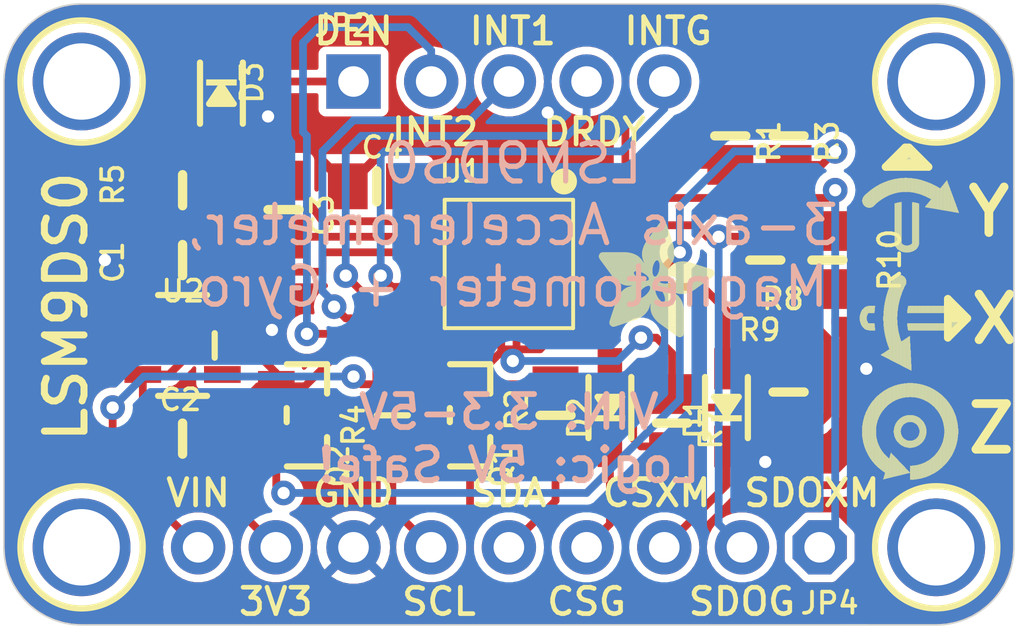
<source format=kicad_pcb>
(kicad_pcb (version 20221018) (generator pcbnew)
  (layers (0 "F.Cu" signal) (31 "B.Cu" signal) (34 "B.Paste" user) (35 "F.Paste" user) (36 "B.SilkS" user "B.Silkscreen") (37 "F.SilkS" user "F.Silkscreen") (38 "B.Mask" user) (39 "F.Mask" user) (44 "Edge.Cuts" user))
  (net 0 "")
  (net 1 "GND")
  (net 2 "VDD")
  (net 3 "SCL_3V")
  (net 4 "SDA_3V")
  (net 5 "SDA_5V")
  (net 6 "SCL_5V")
  (net 7 "VIN")
  (net 8 "DEN_5V")
  (net 9 "DEN_3V")
  (net 10 "CS_G")
  (net 11 "CS_XM")
  (net 12 "SDO_XM")
  (net 13 "SDO_G")
  (net 14 "INT_G")
  (net 15 "DRDY_G")
  (net 16 "INT1_XM")
  (net 17 "INT2_XM")
  (net 18 "N$1")
  (net 19 "N$2")
  (net 20 "N$3")
  (net 21 "CS_G_5V")
  (net 22 "CS_XM_5V")
  (footprint "working:MOUNTINGHOLE_2.5_PLATED" (layer "F.Cu") (at 162.4711 97.3836)
    (fp_text reference "U$6" hide)
    (fp_text value "MOUNTINGHOLE2.5" hide)
  )
  (footprint "working:0805-NO" (layer "F.Cu") (at 153.8351 108.5596 -90)
    (fp_text reference "R7")
    (fp_text value "10K")
  )
  (footprint "working:0805-NO" (layer "F.Cu") (at 137.8331 103.2256 180)
    (fp_text reference "C1")
    (fp_text value "10µF")
  )
  (footprint "working:SOD-323" (layer "F.Cu") (at 151.8031 108.0516 90)
    (fp_text reference "D2")
    (fp_text value "1N4148")
  )
  (footprint "working:FIDUCIAL_1MM" (layer "F.Cu") (at 159.5501 95.9866)
    (fp_text reference "FID3" hide)
    (fp_text value "FIDUCIAL\"\"" hide)
  )
  (footprint "working:0805-NO" (layer "F.Cu") (at 157.6451 99.1616 90)
    (fp_text reference "R3")
    (fp_text value "10K")
  )
  (footprint "working:0805-NO" (layer "F.Cu") (at 141.1351 101.5746 -90)
    (fp_text reference "C3")
    (fp_text value "0.22uF")
  )
  (footprint "working:0805-NO" (layer "F.Cu") (at 158.9151 103.2256 90)
    (fp_text reference "R10")
    (fp_text value "10K")
  )
  (footprint "working:FIDUCIAL_1MM" (layer "F.Cu") (at 159.8041 114.4016)
    (fp_text reference "FID2" hide)
    (fp_text value "FIDUCIAL\"\"" hide)
  )
  (footprint "working:0805-NO" (layer "F.Cu") (at 155.7401 99.1616 90)
    (fp_text reference "R1")
    (fp_text value "10K")
  )
  (footprint "working:0805-NO" (layer "F.Cu") (at 150.0251 108.3056 90)
    (fp_text reference "R2")
    (fp_text value "10K")
  )
  (footprint "working:MOUNTINGHOLE_2.5_PLATED" (layer "F.Cu") (at 134.5311 97.3836)
    (fp_text reference "U$7" hide)
    (fp_text value "MOUNTINGHOLE2.5" hide)
  )
  (footprint "working:0805-NO" (layer "F.Cu") (at 144.1831 100.8126 180)
    (fp_text reference "C4")
    (fp_text value "10uF")
  )
  (footprint "working:SYMBOL_GYROXYZ_YREV_10MM" (layer "F.Cu") (at 159.9311 100.1776 -90)
    (fp_text reference "U$14" hide)
    (fp_text value "" hide)
  )
  (footprint "working:ADAFRUIT_3.5MM" (layer "F.Cu") (at 151.4221 105.7656)
    (fp_text reference "U$23" hide)
    (fp_text value "" hide)
  )
  (footprint "working:SOD-323" (layer "F.Cu") (at 139.1031 97.7646 -90)
    (fp_text reference "D3")
    (fp_text value "1N4148")
  )
  (footprint "working:0805-NO" (layer "F.Cu") (at 156.8831 103.2256 90)
    (fp_text reference "R9")
    (fp_text value "10K")
  )
  (footprint "working:1X09_ROUND_70" (layer "F.Cu") (at 148.5011 112.6236 180)
    (fp_text reference "JP4")
    (fp_text value "PowerIO")
  )
  (footprint "working:FIDUCIAL_1MM" (layer "F.Cu") (at 137.3251 99.0346)
    (fp_text reference "FID1" hide)
    (fp_text value "FIDUCIAL\"\"" hide)
  )
  (footprint "working:SOT23-WIDE" (layer "F.Cu") (at 141.8971 108.3056 -90)
    (fp_text reference "Q2")
    (fp_text value "BSS138")
  )
  (footprint "working:1X05_ROUND_70" (layer "F.Cu") (at 148.5011 97.3836)
    (fp_text reference "JP2")
    (fp_text value "")
  )
  (footprint "working:0805-NO" (layer "F.Cu") (at 137.8331 100.9396 180)
    (fp_text reference "R5")
    (fp_text value "10K")
  )
  (footprint "working:0805-NO" (layer "F.Cu") (at 137.8331 109.0676)
    (fp_text reference "C2")
    (fp_text value "10µF")
  )
  (footprint "working:_0805MP" (layer "F.Cu") (at 144.6911 108.3056 90)
    (fp_text reference "R4")
    (fp_text value "10K")
  )
  (footprint "working:SOT23-5" (layer "F.Cu") (at 137.8331 106.0196 -90)
    (fp_text reference "U2")
    (fp_text value "MIC5225-3.3")
  )
  (footprint "working:SOD-323" (layer "F.Cu") (at 155.6131 108.0516 90)
    (fp_text reference "D1")
    (fp_text value "1N4148")
  )
  (footprint "working:MOUNTINGHOLE_2.5_PLATED" (layer "F.Cu") (at 134.5311 112.6236)
    (fp_text reference "U$4" hide)
    (fp_text value "MOUNTINGHOLE2.5" hide)
  )
  (footprint "working:MOUNTINGHOLE_2.5_PLATED" (layer "F.Cu") (at 162.4711 112.6236)
    (fp_text reference "U$5" hide)
    (fp_text value "MOUNTINGHOLE2.5" hide)
  )
  (footprint "working:LGA24_4X4MM" (layer "F.Cu") (at 148.5011 103.3526 180)
    (fp_text reference "U1")
    (fp_text value "LSM9DS0TR")
  )
  (footprint "working:0805-NO" (layer "F.Cu") (at 157.6451 107.5436 90)
    (fp_text reference "R8")
    (fp_text value "10K")
  )
  (footprint "working:SOT23-WIDE" (layer "F.Cu") (at 147.2311 108.3056 -90)
    (fp_text reference "Q1")
    (fp_text value "BSS138")
  )
  (gr_line (start 162.8521 104.4956) (end 162.8521 104.7496) (stroke (width 0.254)) (layer "F.SilkS"))
  (gr_line (start 161.5821 99.5426) (end 161.4551 99.5426) (stroke (width 0.254)) (layer "F.SilkS"))
  (gr_line (start 161.2011 100.0506) (end 161.8361 100.0506) (stroke (width 0.254)) (layer "F.SilkS"))
  (gr_line (start 162.8521 104.7496) (end 162.8521 105.7656) (stroke (width 0.254)) (layer "F.SilkS"))
  (gr_line (start 163.4871 105.1306) (end 162.8521 104.4956) (stroke (width 0.254)) (layer "F.SilkS"))
  (gr_line (start 162.8521 104.7496) (end 163.2331 105.1306) (stroke (width 0.254)) (layer "F.SilkS"))
  (gr_line (start 161.0741 100.0506) (end 161.2011 100.0506) (stroke (width 0.254)) (layer "F.SilkS"))
  (gr_line (start 161.8361 99.9236) (end 161.5821 99.6696) (stroke (width 0.254)) (layer "F.SilkS"))
  (gr_line (start 163.2331 105.1306) (end 162.9791 105.1306) (stroke (width 0.254)) (layer "F.SilkS"))
  (gr_line (start 161.8361 100.0506) (end 161.8361 99.9236) (stroke (width 0.254)) (layer "F.SilkS"))
  (gr_line (start 160.8201 100.1776) (end 162.2171 100.1776) (stroke (width 0.254)) (layer "F.SilkS"))
  (gr_line (start 161.4551 99.5426) (end 160.8201 100.1776) (stroke (width 0.254)) (layer "F.SilkS"))
  (gr_line (start 162.8521 105.7656) (end 163.4871 105.1306) (stroke (width 0.254)) (layer "F.SilkS"))
  (gr_line (start 161.5821 99.6696) (end 161.2011 100.0506) (stroke (width 0.254)) (layer "F.SilkS"))
  (gr_line (start 162.2171 100.1776) (end 161.5821 99.5426) (stroke (width 0.254)) (layer "F.SilkS"))
  (gr_line (start 131.9911 112.6236) (end 131.9911 97.3836) (stroke (width 0.05)) (layer "Edge.Cuts"))
  (gr_arc (start 165.0111 112.6236) (mid 164.267151 114.419651) (end 162.4711 115.1636) (stroke (width 0.05)) (layer "Edge.Cuts"))
  (gr_line (start 165.0111 97.3836) (end 165.0111 112.6236) (stroke (width 0.05)) (layer "Edge.Cuts"))
  (gr_arc (start 162.4711 94.8436) (mid 164.267151 95.587549) (end 165.0111 97.3836) (stroke (width 0.05)) (layer "Edge.Cuts"))
  (gr_line (start 162.4711 115.1636) (end 134.5311 115.1636) (stroke (width 0.05)) (layer "Edge.Cuts"))
  (gr_line (start 134.5311 94.8436) (end 162.4711 94.8436) (stroke (width 0.05)) (layer "Edge.Cuts"))
  (gr_arc (start 134.5311 115.1636) (mid 132.735049 114.419651) (end 131.9911 112.6236) (stroke (width 0.05)) (layer "Edge.Cuts"))
  (gr_arc (start 131.9911 97.3836) (mid 132.735049 95.587549) (end 134.5311 94.8436) (stroke (width 0.05)) (layer "Edge.Cuts"))
  (gr_text "LSM9DS0\n3-axis Accelerometer,\nMagnetometer + Gyro" (at 148.6281 102.0826) (layer "B.SilkS") (effects (font (size 1.251712 1.251712) (thickness 0.170688)) (justify mirror)))
  (gr_text "VIN: 3.3-5V\nLogic: 5V Safe!" (at 148.5011 109.0676) (layer "B.SilkS") (effects (font (size 1.0795 1.0795) (thickness 0.1905)) (justify mirror)))
  (gr_text "INT2" (at 146.0881 99.0346) (layer "F.SilkS") (effects (font (size 0.8636 0.8636) (thickness 0.1524))))
  (gr_text "CSG" (at 151.0411 114.4016) (layer "F.SilkS") (effects (font (size 0.8636 0.8636) (thickness 0.1524))))
  (gr_text "SDA" (at 148.5011 110.8456) (layer "F.SilkS") (effects (font (size 0.8636 0.8636) (thickness 0.1524))))
  (gr_text "CSXM" (at 153.3271 110.8456) (layer "F.SilkS") (effects (font (size 0.8636 0.8636) (thickness 0.1524))))
  (gr_text "3V3" (at 140.8811 114.4016) (layer "F.SilkS") (effects (font (size 0.8636 0.8636) (thickness 0.1524))))
  (gr_text "SDOG" (at 156.1211 114.4016) (layer "F.SilkS") (effects (font (size 0.8636 0.8636) (thickness 0.1524))))
  (gr_text "VIN" (at 138.3411 110.8456) (layer "F.SilkS") (effects (font (size 0.8636 0.8636) (thickness 0.1524))))
  (gr_text "SCL" (at 146.2151 114.4016) (layer "F.SilkS") (effects (font (size 0.8636 0.8636) (thickness 0.1524))))
  (gr_text "DEN" (at 143.4211 95.7326) (layer "F.SilkS") (effects (font (size 0.8636 0.8636) (thickness 0.1524))))
  (gr_text "Y" (at 164.1921 101.6496) (layer "F.SilkS") (effects (font (size 1.49352 1.49352) (thickness 0.28448))))
  (gr_text "INT1" (at 148.6281 95.7326) (layer "F.SilkS") (effects (font (size 0.8636 0.8636) (thickness 0.1524))))
  (gr_text "SDOXM" (at 158.4071 110.8456) (layer "F.SilkS") (effects (font (size 0.8636 0.8636) (thickness 0.1524))))
  (gr_text "Z" (at 164.2691 108.7386) (layer "F.SilkS") (effects (font (size 1.49352 1.49352) (thickness 0.28448))))
  (gr_text "LSM9DS0" (at 134.0231 104.7496 90) (layer "F.SilkS") (effects (font (size 1.2954 1.2954) (thickness 0.2286))))
  (gr_text "DRDY" (at 151.2951 99.0346) (layer "F.SilkS") (effects (font (size 0.8636 0.8636) (thickness 0.1524))))
  (gr_text "X" (at 164.3701 105.1556) (layer "F.SilkS") (effects (font (size 1.49352 1.49352) (thickness 0.28448))))
  (gr_text "INTG" (at 153.7081 95.7326) (layer "F.SilkS") (effects (font (size 0.8636 0.8636) (thickness 0.1524))))
  (gr_text "GND" (at 143.4211 110.8456) (layer "F.SilkS") (effects (font (size 0.8636 0.8636) (thickness 0.1524))))
  (segment (start 148.7551 100.8126) (end 149.2511 100.8126) (width 0.254) (layer "F.Cu") (net 1))
  (segment (start 147.7391 100.8126) (end 148.2471 100.8126) (width 0.254) (layer "F.Cu") (net 1))
  (segment (start 148.2471 100.8126) (end 148.7551 100.8126) (width 0.254) (layer "F.Cu") (net 1))
  (segment (start 147.7511 100.8246) (end 147.7391 100.8126) (width 0.254) (layer "F.Cu") (net 1))
  (segment (start 148.7511 101.6276) (end 148.7511 100.8166) (width 0.254) (layer "F.Cu") (net 1))
  (segment (start 148.7511 100.8166) (end 148.7551 100.8126) (width 0.254) (layer "F.Cu") (net 1))
  (segment (start 149.2511 100.8126) (end 149.2511 98.6656) (width 0.254) (layer "F.Cu") (net 1))
  (segment (start 149.2511 101.6276) (end 149.2511 100.8126) (width 0.254) (layer "F.Cu") (net 1))
  (segment (start 147.4851 100.8126) (end 147.7391 100.8126) (width 0.254) (layer "F.Cu") (net 1))
  (segment (start 147.7511 101.6276) (end 147.7511 100.8246) (width 0.254) (layer "F.Cu") (net 1))
  (segment (start 148.2511 101.6276) (end 148.2511 100.8166) (width 0.254) (layer "F.Cu") (net 1))
  (segment (start 148.2511 100.8166) (end 148.2471 100.8126) (width 0.254) (layer "F.Cu") (net 1))
  (segment (start 147.2511 101.6276) (end 147.2511 101.0466) (width 0.254) (layer "F.Cu") (net 1))
  (segment (start 147.2511 101.0466) (end 147.4851 100.8126) (width 0.254) (layer "F.Cu") (net 1))
  (via (at 160.1851 106.7816) (size 0.8064) (drill 0.4) (layers "F.Cu" "B.Cu") (net 1))
  (via (at 140.6271 98.5266) (size 0.8064) (drill 0.4) (layers "F.Cu" "B.Cu") (net 1))
  (via (at 140.7541 105.5116) (size 0.8064) (drill 0.4) (layers "F.Cu" "B.Cu") (net 1))
  (via (at 149.7711 98.3996) (size 0.8064) (drill 0.4) (layers "F.Cu" "B.Cu") (net 1))
  (via (at 156.8831 109.8296) (size 0.8064) (drill 0.4) (layers "F.Cu" "B.Cu") (net 1))
  (via (at 135.2931 103.2256) (size 0.8064) (drill 0.4) (layers "F.Cu" "B.Cu") (net 1))
  (segment (start 157.6451 98.2116) (end 159.1081 98.2116) (width 0.254) (layer "F.Cu") (net 2))
  (segment (start 153.8351 106.2736) (end 153.3271 105.7656) (width 0.254) (layer "F.Cu") (net 2))
  (segment (start 158.9811 104.2416) (end 158.9151 104.1756) (width 0.254) (layer "F.Cu") (net 2))
  (segment (start 139.8651 111.6076) (end 140.8811 112.6236) (width 0.254) (layer "F.Cu") (net 2))
  (segment (start 138.7221 102.0826) (end 137.1981 102.0826) (width 0.254) (layer "F.Cu") (net 2))
  (segment (start 154.1551 107.6096) (end 154.5971 108.0516) (width 0.254) (layer "F.Cu") (net 2))
  (segment (start 159.6771 104.2416) (end 158.9811 104.2416) (width 0.254) (layer "F.Cu") (net 2))
  (segment (start 137.1981 102.0826) (end 136.9441 101.8286) (width 0.254) (layer "F.Cu") (net 2))
  (segment (start 158.6611 108.5596) (end 157.7111 108.5596) (width 0.254) (layer "F.Cu") (net 2))
  (segment (start 155.7401 98.2116) (end 157.6451 98.2116) (width 0.254) (layer "F.Cu") (net 2))
  (segment (start 149.7511 105.9126) (end 149.5171 106.1466) (width 0.254) (layer "F.Cu") (net 2))
  (segment (start 149.7511 105.0776) (end 149.7511 105.9126) (width 0.254) (layer "F.Cu") (net 2))
  (segment (start 138.8491 103.1596) (end 138.7831 103.2256) (width 0.254) (layer "F.Cu") (net 2))
  (segment (start 158.6611 105.5116) (end 158.6611 104.4296) (width 0.254) (layer "F.Cu") (net 2))
  (segment (start 158.9151 105.7656) (end 158.9151 108.3056) (width 0.254) (layer "F.Cu") (net 2))
  (segment (start 153.8351 106.2736) (end 153.8351 107.6096) (width 0.254) (layer "F.Cu") (net 2))
  (segment (start 146.2311 107.2736) (end 146.2311 107.3556) (width 0.254) (layer "F.Cu") (net 2))
  (segment (start 140.8811 107.3396) (end 140.8971 107.3556) (width 0.254) (layer "F.Cu") (net 2))
  (segment (start 148.3291 106.1466) (end 149.2631 106.1466) (width 0.254) (layer "F.Cu") (net 2))
  (segment (start 149.2511 105.0776) (end 149.2511 106.1346) (width 0.254) (layer "F.Cu") (net 2))
  (segment (start 146.2311 107.0516) (end 146.2311 107.3556) (width 0.254) (layer "F.Cu") (net 2))
  (segment (start 148.2511 105.0776) (end 148.2511 106.2246) (width 0.254) (layer "F.Cu") (net 2))
  (segment (start 140.8811 106.9086) (end 140.8811 107.3396) (width 0.254) (layer "F.Cu") (net 2))
  (segment (start 148.7511 105.0776) (end 148.7511 106.5276) (width 0.254) (layer "F.Cu") (net 2))
  (segment (start 158.9151 108.3056) (end 158.6611 108.5596) (width 0.254) (layer "F.Cu") (net 2))
  (segment (start 148.2511 106.2246) (end 147.8211 106.6546) (width 0.254) (layer "F.Cu") (net 2))
  (segment (start 160.3121 99.4156) (end 160.3121 103.6066) (width 0.254) (layer "F.Cu") (net 2))
  (segment (start 156.8831 105.2576) (end 157.1371 105.5116) (width 0.254) (layer "F.Cu") (net 2))
  (segment (start 153.8351 107.6096) (end 154.1551 107.6096) (width 0.254) (layer "F.Cu") (net 2))
  (segment (start 154.5971 108.0516) (end 157.2031 108.0516) (width 0.254) (layer "F.Cu") (net 2))
  (segment (start 139.1332 103.5757) (end 138.7831 103.2256) (width 0.254) (layer "F.Cu") (net 2))
  (segment (start 149.5171 106.1466) (end 149.2631 106.1466) (width 0.254) (layer "F.Cu") (net 2))
  (segment (start 140.3071 107.3556) (end 139.8651 107.7976) (width 0.254) (layer "F.Cu") (net 2))
  (segment (start 149.2511 106.1346) (end 149.2631 106.1466) (width 0.254) (layer "F.Cu") (net 2))
  (segment (start 148.2511 106.2246) (end 148.3291 106.1466) (width 0.254) (layer "F.Cu") (net 2))
  (segment (start 153.3271 105.7656) (end 152.8191 105.7656) (width 0.254) (layer "F.Cu") (net 2))
  (segment (start 160.3121 103.6066) (end 159.6771 104.2416) (width 0.254) (layer "F.Cu") (net 2))
  (segment (start 157.7111 108.5596) (end 157.6451 108.4936) (width 0.254) (layer "F.Cu") (net 2))
  (segment (start 148.5541 106.5276) (end 148.6281 106.5276) (width 0.254) (layer "F.Cu") (net 2))
  (segment (start 139.1332 105.1607) (end 139.1332 105.0696) (width 0.254) (layer "F.Cu") (net 2))
  (segment (start 139.1332 105.0696) (end 139.1332 103.5757) (width 0.254) (layer "F.Cu") (net 2))
  (segment (start 158.6611 104.4296) (end 158.9151 104.1756) (width 0.254) (layer "F.Cu") (net 2))
  (segment (start 148.2511 106.2246) (end 148.5541 106.5276) (width 0.254) (layer "F.Cu") (net 2))
  (segment (start 146.2971 107.2896) (end 146.2311 107.3556) (width 0.254) (layer "F.Cu") (net 2))
  (segment (start 147.8211 106.6546) (end 146.8501 106.6546) (width 0.254) (layer "F.Cu") (net 2))
  (segment (start 156.8831 104.1756) (end 156.8831 105.2576) (width 0.254) (layer "F.Cu") (net 2))
  (segment (start 138.8491 102.2096) (end 138.7221 102.0826) (width 0.254) (layer "F.Cu") (net 2))
  (segment (start 138.8491 103.1596) (end 138.8491 102.2096) (width 0.254) (layer "F.Cu") (net 2))
  (segment (start 140.8971 107.3556) (end 140.3071 107.3556) (width 0.254) (layer "F.Cu") (net 2))
  (segment (start 159.1081 98.2116) (end 160.3121 99.4156) (width 0.254) (layer "F.Cu") (net 2))
  (segment (start 136.9441 101.8286) (end 136.9441 101.0006) (width 0.254) (layer "F.Cu") (net 2))
  (segment (start 139.8651 107.7976) (end 139.8651 111.6076) (width 0.254) (layer "F.Cu") (net 2))
  (segment (start 140.8811 106.9086) (end 139.1332 105.1607) (width 0.254) (layer "F.Cu") (net 2))
  (segment (start 136.9441 101.0006) (end 136.8831 100.9396) (width 0.254) (layer "F.Cu") (net 2))
  (segment (start 141.8311 107.3556) (end 143.0401 106.1466) (width 0.254) (layer "F.Cu") (net 2))
  (segment (start 146.8501 106.6546) (end 146.2311 107.2736) (width 0.254) (layer "F.Cu") (net 2))
  (segment (start 145.3261 106.1466) (end 146.2311 107.0516) (width 0.254) (layer "F.Cu") (net 2))
  (segment (start 148.7511 106.5276) (end 148.6281 106.5276) (width 0.254) (layer "F.Cu") (net 2))
  (segment (start 158.6611 105.5116) (end 158.9151 105.7656) (width 0.254) (layer "F.Cu") (net 2))
  (segment (start 140.8971 107.3556) (end 141.8311 107.3556) (width 0.254) (layer "F.Cu") (net 2))
  (segment (start 157.2031 108.0516) (end 157.6451 108.4936) (width 0.254) (layer "F.Cu") (net 2))
  (segment (start 157.1371 105.5116) (end 158.6611 105.5116) (width 0.254) (layer "F.Cu") (net 2))
  (segment (start 143.0401 106.1466) (end 145.3261 106.1466) (width 0.254) (layer "F.Cu") (net 2))
  (segment (start 146.2151 107.3396) (end 146.2311 107.3556) (width 0.254) (layer "F.Cu") (net 2))
  (via (at 148.6281 106.5276) (size 0.8064) (drill 0.4) (layers "F.Cu" "B.Cu") (net 2))
  (via (at 152.8191 105.7656) (size 0.8064) (drill 0.4) (layers "F.Cu" "B.Cu") (net 2))
  (segment (start 152.8191 105.7656) (end 152.0571 106.5276) (width 0.254) (layer "B.Cu") (net 2))
  (segment (start 152.0571 106.5276) (end 148.6281 106.5276) (width 0.254) (layer "B.Cu") (net 2))
  (segment (start 159.1691 99.6696) (end 158.7271 100.1116) (width 0.254) (layer "F.Cu") (net 3))
  (segment (start 158.7271 100.1116) (end 157.6451 100.1116) (width 0.254) (layer "F.Cu") (net 3))
  (segment (start 153.4501 103.6026) (end 154.0811 102.9716) (width 0.254) (layer "F.Cu") (net 3))
  (segment (start 154.0811 102.9716) (end 154.0891 102.9716) (width 0.254) (layer "F.Cu") (net 3))
  (segment (start 140.8971 110.6076) (end 141.1351 110.8456) (width 0.254) (layer "F.Cu") (net 3))
  (segment (start 140.8971 109.2556) (end 140.8971 110.6076) (width 0.254) (layer "F.Cu") (net 3))
  (segment (start 150.2261 103.6026) (end 153.4501 103.6026) (width 0.254) (layer "F.Cu") (net 3))
  (via (at 159.1691 99.6696) (size 0.8064) (drill 0.4) (layers "F.Cu" "B.Cu") (net 3))
  (via (at 154.0891 102.9716) (size 0.8064) (drill 0.4) (layers "F.Cu" "B.Cu") (net 3))
  (via (at 141.1351 110.8456) (size 0.8064) (drill 0.4) (layers "F.Cu" "B.Cu") (net 3))
  (segment (start 154.0891 102.9716) (end 154.0891 101.4476) (width 0.254) (layer "B.Cu") (net 3))
  (segment (start 154.0891 101.4476) (end 155.8671 99.6696) (width 0.254) (layer "B.Cu") (net 3))
  (segment (start 141.1351 110.8456) (end 151.0411 110.8456) (width 0.254) (layer "B.Cu") (net 3))
  (segment (start 155.8671 99.6696) (end 159.1691 99.6696) (width 0.254) (layer "B.Cu") (net 3))
  (segment (start 151.0411 110.8456) (end 154.0891 107.7976) (width 0.254) (layer "B.Cu") (net 3))
  (segment (start 154.0891 107.7976) (end 154.0891 102.9716) (width 0.254) (layer "B.Cu") (net 3))
  (segment (start 156.8831 114.1476) (end 157.3911 113.6396) (width 0.254) (layer "F.Cu") (net 4))
  (segment (start 152.3111 96.2406) (end 152.3111 100.7056) (width 0.254) (layer "F.Cu") (net 4))
  (segment (start 157.6451 95.9866) (end 152.5651 95.9866) (width 0.254) (layer "F.Cu") (net 4))
  (segment (start 152.3111 100.7056) (end 153.4951 100.7056) (width 0.254) (layer "F.Cu") (net 4))
  (segment (start 159.4231 110.5916) (end 161.0741 108.9406) (width 0.254) (layer "F.Cu") (net 4))
  (segment (start 146.2311 109.2556) (end 146.4031 109.2556) (width 0.254) (layer "F.Cu") (net 4))
  (segment (start 147.7391 114.1476) (end 156.8831 114.1476) (width 0.254) (layer "F.Cu") (net 4))
  (segment (start 161.0741 99.4156) (end 157.6451 95.9866) (width 0.254) (layer "F.Cu") (net 4))
  (segment (start 157.3911 113.6396) (end 157.3911 111.0996) (width 0.254) (layer "F.Cu") (net 4))
  (segment (start 150.2261 102.1026) (end 150.2591 102.1026) (width 0.254) (layer "F.Cu") (net 4))
  (segment (start 147.2311 110.0836) (end 147.2311 113.6396) (width 0.254) (layer "F.Cu") (net 4))
  (segment (start 146.4031 109.2556) (end 147.2311 110.0836) (width 0.254) (layer "F.Cu") (net 4))
  (segment (start 154.0891 100.1116) (end 155.7401 100.1116) (width 0.254) (layer "F.Cu") (net 4))
  (segment (start 147.2311 113.6396) (end 147.7391 114.1476) (width 0.254) (layer "F.Cu") (net 4))
  (segment (start 153.4951 100.7056) (end 154.0891 100.1116) (width 0.254) (layer "F.Cu") (net 4))
  (segment (start 157.8991 110.5916) (end 159.4231 110.5916) (width 0.254) (layer "F.Cu") (net 4))
  (segment (start 157.3911 111.0996) (end 157.8991 110.5916) (width 0.254) (layer "F.Cu") (net 4))
  (segment (start 161.0741 108.9406) (end 161.0741 99.4156) (width 0.254) (layer "F.Cu") (net 4))
  (segment (start 150.2591 102.1026) (end 151.6561 100.7056) (width 0.254) (layer "F.Cu") (net 4))
  (segment (start 151.6561 100.7056) (end 152.3111 100.7056) (width 0.254) (layer "F.Cu") (net 4))
  (segment (start 152.5651 95.9866) (end 152.3111 96.2406) (width 0.254) (layer "F.Cu") (net 4))
  (segment (start 149.9591 109.3216) (end 150.0251 109.2556) (width 0.254) (layer "F.Cu") (net 5))
  (segment (start 148.5011 109.3216) (end 149.9591 109.3216) (width 0.254) (layer "F.Cu") (net 5))
  (segment (start 150.0251 111.0996) (end 148.5011 112.6236) (width 0.254) (layer "F.Cu") (net 5))
  (segment (start 148.2311 108.3056) (end 148.2311 109.0516) (width 0.254) (layer "F.Cu") (net 5))
  (segment (start 148.2311 109.0516) (end 148.5011 109.3216) (width 0.254) (layer "F.Cu") (net 5))
  (segment (start 150.0251 109.2556) (end 150.0251 111.0996) (width 0.254) (layer "F.Cu") (net 5))
  (segment (start 143.1671 109.3216) (end 144.6911 109.3216) (width 0.254) (layer "F.Cu") (net 6))
  (segment (start 144.6911 109.3216) (end 144.6911 111.3536) (width 0.254) (layer "F.Cu") (net 6))
  (segment (start 142.8971 109.0516) (end 143.1671 109.3216) (width 0.254) (layer "F.Cu") (net 6))
  (segment (start 142.8971 108.3056) (end 142.8971 109.0516) (width 0.254) (layer "F.Cu") (net 6))
  (segment (start 144.6911 111.3536) (end 145.9611 112.6236) (width 0.254) (layer "F.Cu") (net 6))
  (segment (start 146.9771 108.3056) (end 147.2311 108.0516) (width 0.254) (layer "F.Cu") (net 7))
  (segment (start 144.6911 107.2896) (end 144.6911 108.0516) (width 0.254) (layer "F.Cu") (net 7))
  (segment (start 147.2311 108.0516) (end 147.2311 107.5436) (width 0.254) (layer "F.Cu") (net 7))
  (segment (start 144.9451 108.3056) (end 146.9771 108.3056) (width 0.254) (layer "F.Cu") (net 7))
  (segment (start 136.533 106.9696) (end 137.3911 106.9696) (width 0.254) (layer "F.Cu") (net 7))
  (segment (start 144.6911 108.0516) (end 144.9451 108.3056) (width 0.254) (layer "F.Cu") (net 7))
  (segment (start 149.9591 107.2896) (end 150.0251 107.3556) (width 0.254) (layer "F.Cu") (net 7))
  (segment (start 136.8831 109.0676) (end 136.8831 111.1656) (width 0.254) (layer "F.Cu") (net 7))
  (segment (start 135.8011 109.0676) (end 136.8831 109.0676) (width 0.254) (layer "F.Cu") (net 7))
  (segment (start 136.533 108.7175) (end 136.8831 109.0676) (width 0.254) (layer "F.Cu") (net 7))
  (segment (start 136.533 105.0696) (end 137.3911 105.0696) (width 0.254) (layer "F.Cu") (net 7))
  (segment (start 136.533 106.9696) (end 136.533 108.7175) (width 0.254) (layer "F.Cu") (net 7))
  (segment (start 144.6911 107.2896) (end 143.6751 107.2896) (width 0.254) (layer "F.Cu") (net 7))
  (segment (start 137.8331 106.5276) (end 137.3911 106.9696) (width 0.254) (layer "F.Cu") (net 7))
  (segment (start 137.3911 105.0696) (end 137.8331 105.5116) (width 0.254) (layer "F.Cu") (net 7))
  (segment (start 135.5471 108.8136) (end 135.8011 109.0676) (width 0.254) (layer "F.Cu") (net 7))
  (segment (start 143.6751 107.2896) (end 143.4211 107.0356) (width 0.254) (layer "F.Cu") (net 7))
  (segment (start 135.5471 108.0516) (end 135.5471 108.8136) (width 0.254) (layer "F.Cu") (net 7))
  (segment (start 147.4851 107.2896) (end 149.9591 107.2896) (width 0.254) (layer "F.Cu") (net 7))
  (segment (start 136.8831 111.1656) (end 138.3411 112.6236) (width 0.254) (layer "F.Cu") (net 7))
  (segment (start 137.8331 105.5116) (end 137.8331 106.5276) (width 0.254) (layer "F.Cu") (net 7))
  (segment (start 147.2311 107.5436) (end 147.4851 107.2896) (width 0.254) (layer "F.Cu") (net 7))
  (via (at 143.4211 107.0356) (size 0.8064) (drill 0.4) (layers "F.Cu" "B.Cu") (net 7))
  (via (at 135.5471 108.0516) (size 0.8064) (drill 0.4) (layers "F.Cu" "B.Cu") (net 7))
  (segment (start 136.5631 107.0356) (end 135.5471 108.0516) (width 0.254) (layer "B.Cu") (net 7))
  (segment (start 143.4211 107.0356) (end 136.5631 107.0356) (width 0.254) (layer "B.Cu") (net 7))
  (segment (start 143.4211 97.3836) (end 139.9921 97.3836) (width 0.254) (layer "F.Cu") (net 8))
  (segment (start 139.9921 97.3836) (end 139.1031 96.4946) (width 0.254) (layer "F.Cu") (net 8))
  (segment (start 144.8181 102.9716) (end 142.4051 102.9716) (width 0.254) (layer "F.Cu") (net 9))
  (segment (start 139.0371 101.1936) (end 139.1031 101.1936) (width 0.254) (layer "F.Cu") (net 9))
  (segment (start 138.7831 100.9396) (end 139.0371 101.1936) (width 0.254) (layer "F.Cu") (net 9))
  (segment (start 139.1031 99.0346) (end 139.1031 100.6196) (width 0.254) (layer "F.Cu") (net 9))
  (segment (start 139.8651 101.9556) (end 139.8651 103.6066) (width 0.254) (layer "F.Cu") (net 9))
  (segment (start 142.4051 102.9716) (end 142.4051 103.6066) (width 0.254) (layer "F.Cu") (net 9))
  (segment (start 139.1031 100.6196) (end 138.7831 100.9396) (width 0.254) (layer "F.Cu") (net 9))
  (segment (start 139.1031 101.1936) (end 139.8651 101.9556) (width 0.254) (layer "F.Cu") (net 9))
  (segment (start 146.7761 103.6026) (end 145.4491 103.6026) (width 0.254) (layer "F.Cu") (net 9))
  (segment (start 142.4051 103.6066) (end 139.8651 103.6066) (width 0.254) (layer "F.Cu") (net 9))
  (segment (start 145.4491 103.6026) (end 144.8181 102.9716) (width 0.254) (layer "F.Cu") (net 9))
  (segment (start 151.8031 106.7816) (end 151.8031 107.7976) (width 0.254) (layer "F.Cu") (net 10))
  (segment (start 152.5651 108.3056) (end 152.5651 109.0676) (width 0.254) (layer "F.Cu") (net 10))
  (segment (start 151.2751 104.6026) (end 151.8031 105.1306) (width 0.254) (layer "F.Cu") (net 10))
  (segment (start 150.2261 104.6026) (end 151.2751 104.6026) (width 0.254) (layer "F.Cu") (net 10))
  (segment (start 152.5651 109.0676) (end 152.8191 109.3216) (width 0.254) (layer "F.Cu") (net 10))
  (segment (start 152.8191 109.3216) (end 153.6471 109.3216) (width 0.254) (layer "F.Cu") (net 10))
  (segment (start 153.6471 109.3216) (end 153.8351 109.5096) (width 0.254) (layer "F.Cu") (net 10))
  (segment (start 152.0571 108.0516) (end 152.3111 108.0516) (width 0.254) (layer "F.Cu") (net 10))
  (segment (start 151.8031 105.1306) (end 151.8031 106.7816) (width 0.254) (layer "F.Cu") (net 10))
  (segment (start 151.8031 107.7976) (end 152.0571 108.0516) (width 0.254) (layer "F.Cu") (net 10))
  (segment (start 152.3111 108.0516) (end 152.5651 108.3056) (width 0.254) (layer "F.Cu") (net 10))
  (segment (start 155.6131 106.7816) (end 157.4571 106.7816) (width 0.254) (layer "F.Cu") (net 11))
  (segment (start 155.6131 106.7816) (end 155.6131 104.8766) (width 0.254) (layer "F.Cu") (net 11))
  (segment (start 150.2261 104.1026) (end 154.8391 104.1026) (width 0.254) (layer "F.Cu") (net 11))
  (segment (start 157.4571 106.7816) (end 157.6451 106.5936) (width 0.254) (layer "F.Cu") (net 11))
  (segment (start 155.6131 104.8766) (end 154.8391 104.1026) (width 0.254) (layer "F.Cu") (net 11))
  (segment (start 151.0291 102.6026) (end 152.4381 101.1936) (width 0.254) (layer "F.Cu") (net 12))
  (segment (start 150.2261 102.6026) (end 151.0291 102.6026) (width 0.254) (layer "F.Cu") (net 12))
  (segment (start 158.9151 101.1936) (end 159.1691 100.9396) (width 0.254) (layer "F.Cu") (net 12))
  (segment (start 159.1571 101.2056) (end 159.1691 101.1936) (width 0.254) (layer "F.Cu") (net 12))
  (segment (start 159.1691 102.0216) (end 158.9151 102.2756) (width 0.254) (layer "F.Cu") (net 12))
  (segment (start 152.4381 101.1936) (end 158.9151 101.1936) (width 0.254) (layer "F.Cu") (net 12))
  (segment (start 159.1691 101.1936) (end 159.1691 102.0216) (width 0.254) (layer "F.Cu") (net 12))
  (segment (start 159.1691 100.9396) (end 159.1691 101.1936) (width 0.254) (layer "F.Cu") (net 12))
  (via (at 159.1691 100.9396) (size 0.8064) (drill 0.4) (layers "F.Cu" "B.Cu") (net 12))
  (segment (start 159.1691 100.9396) (end 159.1691 112.1156) (width 0.254) (layer "B.Cu") (net 12))
  (segment (start 159.1691 112.1156) (end 158.6611 112.6236) (width 0.254) (layer "B.Cu") (net 12))
  (segment (start 154.9781 102.4636) (end 155.3591 102.4636) (width 0.254) (layer "F.Cu") (net 13))
  (segment (start 156.6951 102.4636) (end 155.3591 102.4636) (width 0.254) (layer "F.Cu") (net 13))
  (segment (start 151.7991 103.1026) (end 152.8151 102.0866) (width 0.254) (layer "F.Cu") (net 13))
  (segment (start 152.8151 102.0866) (end 154.6011 102.0866) (width 0.254) (layer "F.Cu") (net 13))
  (segment (start 150.2261 103.1026) (end 151.7991 103.1026) (width 0.254) (layer "F.Cu") (net 13))
  (segment (start 154.6011 102.0866) (end 154.9781 102.4636) (width 0.254) (layer "F.Cu") (net 13))
  (segment (start 156.8831 102.2756) (end 156.6951 102.4636) (width 0.254) (layer "F.Cu") (net 13))
  (via (at 155.3591 102.4636) (size 0.8064) (drill 0.4) (layers "F.Cu" "B.Cu") (net 13))
  (segment (start 155.3591 102.4636) (end 155.3591 111.8616) (width 0.254) (layer "B.Cu") (net 13))
  (segment (start 155.3591 111.8616) (end 156.1211 112.6236) (width 0.254) (layer "B.Cu") (net 13))
  (segment (start 146.7761 104.1026) (end 144.6791 104.1026) (width 0.254) (layer "F.Cu") (net 14))
  (segment (start 144.6791 104.1026) (end 144.3101 103.7336) (width 0.254) (layer "F.Cu") (net 14))
  (via (at 144.3101 103.7336) (size 0.8064) (drill 0.4) (layers "F.Cu" "B.Cu") (net 14))
  (segment (start 144.3101 99.7966) (end 144.3101 103.7336) (width 0.254) (layer "B.Cu") (net 14))
  (segment (start 152.1841 99.6696) (end 153.5811 98.2726) (width 0.254) (layer "B.Cu") (net 14))
  (segment (start 144.4371 99.6696) (end 152.1841 99.6696) (width 0.254) (layer "B.Cu") (net 14))
  (segment (start 153.5811 98.2726) (end 153.5811 97.3836) (width 0.254) (layer "B.Cu") (net 14))
  (segment (start 144.4371 99.6696) (end 144.3101 99.7966) (width 0.254) (layer "B.Cu") (net 14))
  (segment (start 146.7761 104.6026) (end 144.0361 104.6026) (width 0.254) (layer "F.Cu") (net 15))
  (segment (start 144.0361 104.6026) (end 143.1671 103.7336) (width 0.254) (layer "F.Cu") (net 15))
  (via (at 143.1671 103.7336) (size 0.8064) (drill 0.4) (layers "F.Cu" "B.Cu") (net 15))
  (segment (start 143.1671 103.7336) (end 143.1671 99.6696) (width 0.254) (layer "B.Cu") (net 15))
  (segment (start 143.6751 99.1616) (end 150.4061 99.1616) (width 0.254) (layer "B.Cu") (net 15))
  (segment (start 143.1671 99.6696) (end 143.6751 99.1616) (width 0.254) (layer "B.Cu") (net 15))
  (segment (start 151.0411 98.5266) (end 151.0411 97.3836) (width 0.254) (layer "B.Cu") (net 15))
  (segment (start 150.4061 99.1616) (end 151.0411 98.5266) (width 0.254) (layer "B.Cu") (net 15))
  (segment (start 146.0881 105.1306) (end 143.1671 105.1306) (width 0.254) (layer "F.Cu") (net 16))
  (segment (start 147.2511 105.0776) (end 147.2511 105.1106) (width 0.254) (layer "F.Cu") (net 16))
  (segment (start 147.2511 105.1106) (end 146.0681 105.1106) (width 0.254) (layer "F.Cu") (net 16))
  (segment (start 143.1671 105.1306) (end 142.7861 104.7496) (width 0.254) (layer "F.Cu") (net 16))
  (segment (start 146.0681 105.1106) (end 146.0881 105.1306) (width 0.254) (layer "F.Cu") (net 16))
  (via (at 142.7861 104.7496) (size 0.8064) (drill 0.4) (layers "F.Cu" "B.Cu") (net 16))
  (segment (start 142.9131 104.7496) (end 142.4051 104.2416) (width 0.254) (layer "B.Cu") (net 16))
  (segment (start 147.2311 98.6536) (end 148.5011 97.3836) (width 0.254) (layer "B.Cu") (net 16))
  (segment (start 143.4211 98.6536) (end 147.2311 98.6536) (width 0.254) (layer "B.Cu") (net 16))
  (segment (start 142.7861 104.7496) (end 142.9131 104.7496) (width 0.254) (layer "B.Cu") (net 16))
  (segment (start 142.4051 104.2416) (end 142.4051 99.6696) (width 0.254) (layer "B.Cu") (net 16))
  (segment (start 142.4051 99.6696) (end 143.4211 98.6536) (width 0.254) (layer "B.Cu") (net 16))
  (segment (start 147.6121 105.8926) (end 145.9611 105.8926) (width 0.254) (layer "F.Cu") (net 17))
  (segment (start 147.7511 105.0776) (end 147.7511 105.7536) (width 0.254) (layer "F.Cu") (net 17))
  (segment (start 147.7511 105.7536) (end 147.6121 105.8926) (width 0.254) (layer "F.Cu") (net 17))
  (segment (start 145.9611 105.8926) (end 145.7071 105.6386) (width 0.254) (layer "F.Cu") (net 17))
  (segment (start 147.7391 105.8926) (end 147.6121 105.8926) (width 0.254) (layer "F.Cu") (net 17))
  (segment (start 145.7071 105.6386) (end 141.8971 105.6386) (width 0.254) (layer "F.Cu") (net 17))
  (via (at 141.8971 105.6386) (size 0.8064) (drill 0.4) (layers "F.Cu" "B.Cu") (net 17))
  (segment (start 141.7701 96.1136) (end 142.2781 95.6056) (width 0.254) (layer "B.Cu") (net 17))
  (segment (start 142.2781 95.6056) (end 145.1991 95.6056) (width 0.254) (layer "B.Cu") (net 17))
  (segment (start 145.9611 96.3676) (end 145.9611 97.3836) (width 0.254) (layer "B.Cu") (net 17))
  (segment (start 145.1991 95.6056) (end 145.9611 96.3676) (width 0.254) (layer "B.Cu") (net 17))
  (segment (start 141.8971 105.6386) (end 141.8971 99.1616) (width 0.254) (layer "B.Cu") (net 17))
  (segment (start 141.8971 99.1616) (end 141.7701 99.0346) (width 0.254) (layer "B.Cu") (net 17))
  (segment (start 141.7701 99.0346) (end 141.7701 96.1136) (width 0.254) (layer "B.Cu") (net 17))
  (segment (start 141.5771 101.0666) (end 141.1351 100.6246) (width 0.254) (layer "F.Cu") (net 18))
  (segment (start 146.7761 102.6026) (end 146.2271 102.6026) (width 0.254) (layer "F.Cu") (net 18))
  (segment (start 142.4051 101.9556) (end 141.7701 101.0666) (width 0.254) (layer "F.Cu") (net 18))
  (segment (start 145.5801 101.9556) (end 142.4051 101.9556) (width 0.254) (layer "F.Cu") (net 18))
  (segment (start 146.2271 102.6026) (end 145.5801 101.9556) (width 0.254) (layer "F.Cu") (net 18))
  (segment (start 141.7701 101.0666) (end 141.5771 101.0666) (width 0.254) (layer "F.Cu") (net 18))
  (segment (start 145.9651 103.1026) (end 145.3261 102.4636) (width 0.254) (layer "F.Cu") (net 19))
  (segment (start 141.3281 102.5246) (end 141.5161 102.3366) (width 0.254) (layer "F.Cu") (net 19))
  (segment (start 145.3261 102.4636) (end 141.6431 102.4636) (width 0.254) (layer "F.Cu") (net 19))
  (segment (start 141.1351 102.5246) (end 141.3281 102.5246) (width 0.254) (layer "F.Cu") (net 19))
  (segment (start 141.5161 102.3366) (end 141.2621 102.0826) (width 0.254) (layer "F.Cu") (net 19))
  (segment (start 141.6431 102.4636) (end 141.5161 102.3366) (width 0.254) (layer "F.Cu") (net 19))
  (segment (start 146.7761 103.1026) (end 145.9651 103.1026) (width 0.254) (layer "F.Cu") (net 19))
  (segment (start 146.7761 102.1026) (end 146.4891 102.1026) (width 0.254) (layer "F.Cu") (net 20))
  (segment (start 146.0271 100.6246) (end 145.3211 100.6246) (width 0.254) (layer "F.Cu") (net 20))
  (segment (start 146.4891 101.0866) (end 146.0271 100.6246) (width 0.254) (layer "F.Cu") (net 20))
  (segment (start 145.1331 100.8126) (end 145.1331 100.6296) (width 0.254) (layer "F.Cu") (net 20))
  (segment (start 145.3211 100.6246) (end 145.1331 100.8126) (width 0.254) (layer "F.Cu") (net 20))
  (segment (start 146.4891 102.1026) (end 146.4891 101.0866) (width 0.254) (layer "F.Cu") (net 20))
  (segment (start 151.8031 111.8616) (end 151.0411 112.6236) (width 0.254) (layer "F.Cu") (net 21))
  (segment (start 151.8031 109.3216) (end 151.8031 111.8616) (width 0.254) (layer "F.Cu") (net 21))
  (segment (start 155.6131 110.5916) (end 153.5811 112.6236) (width 0.254) (layer "F.Cu") (net 22))
  (segment (start 155.6131 109.3216) (end 155.6131 110.5916) (width 0.254) (layer "F.Cu") (net 22))
  (zone (net 1) (net_name "GND") (layer "F.Cu") (priority 6) (connect_pads (clearance 0.254)) (min_thickness 0.127) (fill yes (thermal_gap 0.304) (thermal_bridge_width 0.304))
    (polygon (pts (xy 162.792599 94.735815) (xy 163.109411 94.793873) (xy 163.416913 94.889695) (xy 163.710625 95.021884) (xy 163.98626 95.188511) (xy 164.239802 95.387148) (xy 164.467552 95.614898) (xy 164.666189 95.86844) (xy 164.832816 96.144075) (xy 164.965005 96.437787) (xy 165.060827 96.745289) (xy 165.118885 97.062101) (xy 165.1381 97.379763) (xy 165.1381 112.627437) (xy 165.118885 112.945099) (xy 165.060827 113.261911) (xy 164.965005 113.569413) (xy 164.832816 113.863125) (xy 164.666189 114.13876) (xy 164.467552 114.392302) (xy 164.239802 114.620052) (xy 163.98626 114.818689) (xy 163.710625 114.985316) (xy 163.416913 115.117505) (xy 163.109411 115.213327) (xy 162.792599 115.271385) (xy 162.474937 115.2906) (xy 134.527263 115.2906) (xy 134.209601 115.271385) (xy 133.892789 115.213327) (xy 133.585287 115.117505) (xy 133.291575 114.985316) (xy 133.01594 114.818689) (xy 132.762398 114.620052) (xy 132.534648 114.392302) (xy 132.336011 114.13876) (xy 132.169384 113.863125) (xy 132.037195 113.569413) (xy 131.941373 113.261911) (xy 131.883315 112.945099) (xy 131.8641 112.627437) (xy 131.8641 97.379763) (xy 131.883315 97.062101) (xy 131.941373 96.745289) (xy 132.037195 96.437787) (xy 132.169384 96.144075) (xy 132.336011 95.86844) (xy 132.534648 95.614898) (xy 132.762398 95.387148) (xy 133.01594 95.188511) (xy 133.291575 95.021884) (xy 133.585287 94.889695) (xy 133.892789 94.793873) (xy 134.209601 94.735815) (xy 134.527263 94.7166) (xy 162.474937 94.7166)))
  )
  (zone (net 1) (net_name "GND") (layer "B.Cu") (priority 6) (connect_pads (clearance 0.254)) (min_thickness 0.127) (fill yes (thermal_gap 0.304) (thermal_bridge_width 0.304))
    (polygon (pts (xy 162.792599 94.735815) (xy 163.109411 94.793873) (xy 163.416913 94.889695) (xy 163.710625 95.021884) (xy 163.98626 95.188511) (xy 164.239802 95.387148) (xy 164.467552 95.614898) (xy 164.666189 95.86844) (xy 164.832816 96.144075) (xy 164.965005 96.437787) (xy 165.060827 96.745289) (xy 165.118885 97.062101) (xy 165.1381 97.379763) (xy 165.1381 112.627437) (xy 165.118885 112.945099) (xy 165.060827 113.261911) (xy 164.965005 113.569413) (xy 164.832816 113.863125) (xy 164.666189 114.13876) (xy 164.467552 114.392302) (xy 164.239802 114.620052) (xy 163.98626 114.818689) (xy 163.710625 114.985316) (xy 163.416913 115.117505) (xy 163.109411 115.213327) (xy 162.792599 115.271385) (xy 162.474937 115.2906) (xy 134.527263 115.2906) (xy 134.209601 115.271385) (xy 133.892789 115.213327) (xy 133.585287 115.117505) (xy 133.291575 114.985316) (xy 133.01594 114.818689) (xy 132.762398 114.620052) (xy 132.534648 114.392302) (xy 132.336011 114.13876) (xy 132.169384 113.863125) (xy 132.037195 113.569413) (xy 131.941373 113.261911) (xy 131.883315 112.945099) (xy 131.8641 112.627437) (xy 131.8641 97.379763) (xy 131.883315 97.062101) (xy 131.941373 96.745289) (xy 132.037195 96.437787) (xy 132.169384 96.144075) (xy 132.336011 95.86844) (xy 132.534648 95.614898) (xy 132.762398 95.387148) (xy 133.01594 95.188511) (xy 133.291575 95.021884) (xy 133.585287 94.889695) (xy 133.892789 94.793873) (xy 134.209601 94.735815) (xy 134.527263 94.7166) (xy 162.474937 94.7166)))
  )
)
</source>
